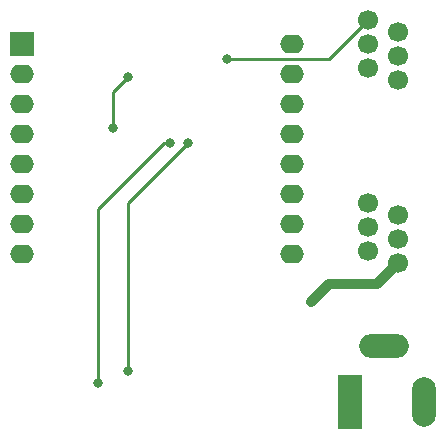
<source format=gbl>
%TF.GenerationSoftware,KiCad,Pcbnew,6.0.6-3a73a75311~116~ubuntu21.10.1*%
%TF.CreationDate,2022-12-30T19:01:54+10:00*%
%TF.ProjectId,SkyEcho2FlarmHat,536b7945-6368-46f3-9246-6c61726d4861,rev?*%
%TF.SameCoordinates,Original*%
%TF.FileFunction,Copper,L2,Bot*%
%TF.FilePolarity,Positive*%
%FSLAX46Y46*%
G04 Gerber Fmt 4.6, Leading zero omitted, Abs format (unit mm)*
G04 Created by KiCad (PCBNEW 6.0.6-3a73a75311~116~ubuntu21.10.1) date 2022-12-30 19:01:54*
%MOMM*%
%LPD*%
G01*
G04 APERTURE LIST*
%TA.AperFunction,ComponentPad*%
%ADD10R,2.000000X4.600000*%
%TD*%
%TA.AperFunction,ComponentPad*%
%ADD11O,2.000000X4.200000*%
%TD*%
%TA.AperFunction,ComponentPad*%
%ADD12O,4.200000X2.000000*%
%TD*%
%TA.AperFunction,ComponentPad*%
%ADD13C,1.700000*%
%TD*%
%TA.AperFunction,ComponentPad*%
%ADD14R,2.000000X2.000000*%
%TD*%
%TA.AperFunction,ComponentPad*%
%ADD15O,2.000000X1.600000*%
%TD*%
%TA.AperFunction,ViaPad*%
%ADD16C,0.800000*%
%TD*%
%TA.AperFunction,Conductor*%
%ADD17C,0.812800*%
%TD*%
%TA.AperFunction,Conductor*%
%ADD18C,0.254000*%
%TD*%
G04 APERTURE END LIST*
D10*
%TO.P,J1,1*%
%TO.N,+BATT*%
X103124000Y-67148000D03*
D11*
%TO.P,J1,2*%
%TO.N,GND*%
X109424000Y-67148000D03*
D12*
%TO.P,J1,3*%
%TO.N,N/C*%
X106024000Y-62348000D03*
%TD*%
D13*
%TO.P,J3,6*%
%TO.N,+BATT*%
X107202000Y-55392000D03*
%TO.P,J3,5*%
%TO.N,unconnected-(J3-Pad5)*%
X104662000Y-54372000D03*
%TO.P,J3,4*%
%TO.N,unconnected-(J3-Pad4)*%
X107202000Y-53352000D03*
%TO.P,J3,3*%
%TO.N,unconnected-(J3-Pad3)*%
X104662000Y-52332000D03*
%TO.P,J3,2*%
%TO.N,FLARM_RS232_RX*%
X107202000Y-51312000D03*
%TO.P,J3,1*%
%TO.N,GND*%
X104662000Y-50292000D03*
%TD*%
%TO.P,J2,1*%
%TO.N,GND*%
X104662000Y-34798000D03*
%TO.P,J2,2*%
%TO.N,unconnected-(J2-Pad2)*%
X107202000Y-35818000D03*
%TO.P,J2,3*%
%TO.N,DISP_RS232_TX*%
X104662000Y-36838000D03*
%TO.P,J2,4*%
%TO.N,unconnected-(J2-Pad4)*%
X107202000Y-37858000D03*
%TO.P,J2,5*%
%TO.N,unconnected-(J2-Pad5)*%
X104662000Y-38878000D03*
%TO.P,J2,6*%
%TO.N,+BATT*%
X107202000Y-39898000D03*
%TD*%
D14*
%TO.P,U3,1,~{RST}*%
%TO.N,unconnected-(U3-Pad1)*%
X75415000Y-36830000D03*
D15*
%TO.P,U3,2,A0*%
%TO.N,unconnected-(U3-Pad2)*%
X75415000Y-39370000D03*
%TO.P,U3,3,D0*%
%TO.N,unconnected-(U3-Pad3)*%
X75415000Y-41910000D03*
%TO.P,U3,4,SCK/D5*%
%TO.N,unconnected-(U3-Pad4)*%
X75415000Y-44450000D03*
%TO.P,U3,5,MISO/D6*%
%TO.N,unconnected-(U3-Pad5)*%
X75415000Y-46990000D03*
%TO.P,U3,6,MOSI/D7*%
%TO.N,unconnected-(U3-Pad6)*%
X75415000Y-49530000D03*
%TO.P,U3,7,CS/D8*%
%TO.N,unconnected-(U3-Pad7)*%
X75415000Y-52070000D03*
%TO.P,U3,8,3V3*%
%TO.N,+3.3V*%
X75415000Y-54610000D03*
%TO.P,U3,9,5V*%
%TO.N,unconnected-(U3-Pad9)*%
X98275000Y-54610000D03*
%TO.P,U3,10,GND*%
%TO.N,GND*%
X98275000Y-52070000D03*
%TO.P,U3,11,D4*%
%TO.N,unconnected-(U3-Pad11)*%
X98275000Y-49530000D03*
%TO.P,U3,12,D3*%
%TO.N,unconnected-(U3-Pad12)*%
X98275000Y-46990000D03*
%TO.P,U3,13,SDA/D2*%
%TO.N,unconnected-(U3-Pad13)*%
X98275000Y-44450000D03*
%TO.P,U3,14,SCL/D1*%
%TO.N,unconnected-(U3-Pad14)*%
X98275000Y-41910000D03*
%TO.P,U3,15,RX*%
%TO.N,FLARM_TTL_RX*%
X98275000Y-39370000D03*
%TO.P,U3,16,TX*%
%TO.N,DISP_TTL_TX*%
X98275000Y-36830000D03*
%TD*%
D16*
%TO.N,+BATT*%
X99822000Y-58674000D03*
%TO.N,GND*%
X92710000Y-38100000D03*
X83058000Y-43942000D03*
X84328000Y-39624000D03*
%TO.N,DISP_TTL_TX*%
X81788000Y-65532000D03*
X87884000Y-45212000D03*
%TO.N,FLARM_TTL_RX*%
X84328000Y-64516000D03*
X89408000Y-45212000D03*
%TD*%
D17*
%TO.N,+BATT*%
X99822000Y-58674000D02*
X101346000Y-57150000D01*
X101346000Y-57150000D02*
X105444000Y-57150000D01*
X105444000Y-57150000D02*
X107202000Y-55392000D01*
D18*
%TO.N,GND*%
X92710000Y-38100000D02*
X101360000Y-38100000D01*
X101360000Y-38100000D02*
X104662000Y-34798000D01*
X83058000Y-40894000D02*
X84328000Y-39624000D01*
X83058000Y-43942000D02*
X83058000Y-40894000D01*
%TO.N,DISP_TTL_TX*%
X87376000Y-45212000D02*
X87884000Y-45212000D01*
X81788000Y-50800000D02*
X83312000Y-49276000D01*
X81788000Y-65532000D02*
X81788000Y-50800000D01*
X83312000Y-49276000D02*
X87376000Y-45212000D01*
%TO.N,FLARM_TTL_RX*%
X84328000Y-64516000D02*
X84328000Y-50292000D01*
X84328000Y-50292000D02*
X89408000Y-45212000D01*
%TD*%
M02*

</source>
